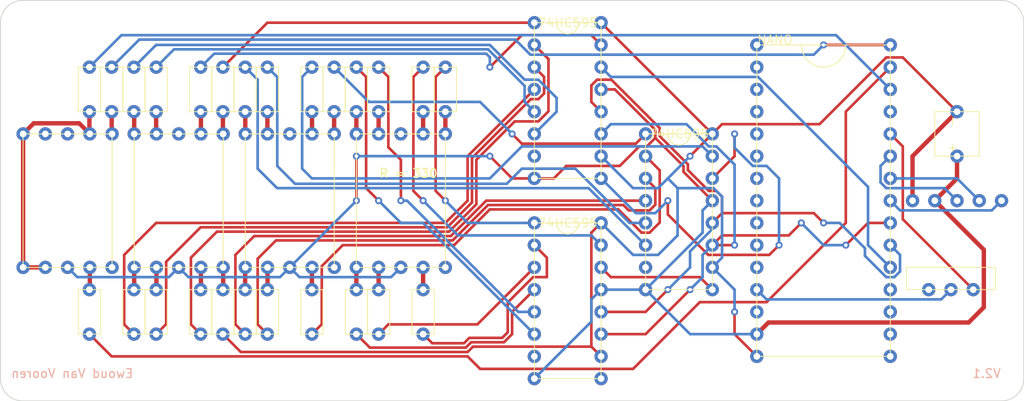
<source format=kicad_pcb>
(kicad_pcb (version 20221018) (generator pcbnew)
  (layers (0 "F.Cu" signal) (31 "B.Cu" signal) (34 "B.Paste" user) (35 "F.Paste" user) (36 "B.SilkS" user "B.Silkscreen") (37 "F.SilkS" user "F.Silkscreen") (38 "B.Mask" user) (39 "F.Mask" user) (44 "Edge.Cuts" user))
  (net 0 "")
  (net 2 "Net-(74HC2-SRCLK)")
  (net 4 "Net-(8seg_display1-a)")
  (net 5 "Net-(8seg_display1-b)")
  (net 6 "Net-(74HC2-RCLK)")
  (net 7 "Net-(74HC2-SER)")
  (net 8 "GND")
  (net 9 "Net-(8seg_display1-c)")
  (net 11 "Net-(8seg_display2-g)")
  (net 12 "Net-(8seg_display2-f)")
  (net 14 "Net-(8seg_display2-a)")
  (net 15 "Net-(8seg_display2-b)")
  (net 16 "Net-(8seg_display2-e)")
  (net 17 "Net-(8seg_display2-d)")
  (net 18 "Net-(8seg_display2-c)")
  (net 19 "Net-(8seg_display2-dp)")
  (net 20 "Net-(8seg_display3-g)")
  (net 21 "Net-(8seg_display3-f)")
  (net 23 "Net-(8seg_display3-a)")
  (net 24 "Net-(8seg_display3-b)")
  (net 25 "Net-(8seg_display3-e)")
  (net 26 "Net-(8seg_display3-d)")
  (net 27 "Net-(8seg_display3-c)")
  (net 29 "Net-(8seg_display4-g)")
  (net 30 "Net-(8seg_display4-f)")
  (net 32 "Net-(8seg_display4-a)")
  (net 33 "Net-(8seg_display4-b)")
  (net 34 "Net-(8seg_display4-e)")
  (net 35 "Net-(8seg_display4-d)")
  (net 36 "Net-(8seg_display4-c)")
  (net 38 "Net-(NANO1-5V)")
  (net 39 "Net-(NANO1-D12)")
  (net 40 "Net-(NANO1-D11)")
  (net 41 "Net-(NANO1-D10)")
  (net 42 "Net-(NANO1-D8)")
  (net 44 "+5V")
  (net 45 "Net-(74HC2-B)")
  (net 46 "Net-(74HC2-C)")
  (net 47 "Net-(74HC2-D)")
  (net 48 "Net-(74HC2-E)")
  (net 49 "Net-(74HC2-F)")
  (net 50 "Net-(74HC2-G)")
  (net 52 "Net-(74HC2-H')")
  (net 53 "Net-(74HC2-A)")
  (net 54 "Net-(74HC3-B)")
  (net 55 "Net-(74HC3-C)")
  (net 56 "Net-(74HC3-D)")
  (net 57 "Net-(74HC3-E)")
  (net 58 "Net-(74HC3-F)")
  (net 59 "Net-(74HC3-G)")
  (net 61 "Net-(74HC3-H')")
  (net 62 "Net-(74HC3-A)")
  (net 63 "Net-(74HC4-B)")
  (net 64 "Net-(74HC4-C)")
  (net 65 "Net-(74HC4-D)")
  (net 66 "Net-(74HC4-E)")
  (net 67 "Net-(74HC4-F)")
  (net 68 "Net-(74HC4-G)")
  (net 71 "Net-(74HC4-A)")
  (net 72 "Net-(NANO1-D7)")
  (net 73 "Net-(NANO1-D6)")
  (net 74 "Net-(NANO1-D5)")
  (footprint "clock:R" (layer "F.Cu") (at 83.82 76.2 90)
    (fp_text reference "R26" hide)
    (fp_text value "R" hide)
  )
  (footprint "clock:SN74HC595N - PDIP" (layer "F.Cu") (at 99.06 99.06 -90)
    (fp_text reference "74HC4" hide)
    (fp_text value "~" hide)
  )
  (footprint "clock:R" (layer "F.Cu") (at 66.04 76.2 90)
    (fp_text reference "R18" hide)
    (fp_text value "R" hide)
  )
  (footprint "clock:SN74HC595N - PDIP" (layer "F.Cu") (at 111.76 88.9 -90)
    (fp_text reference "74HC3" hide)
    (fp_text value "~")
  )
  (footprint "clock:8seg_display" (layer "F.Cu") (at 68.596 88.9)
    (fp_text reference "8seg_display3" hide)
    (fp_text value "~" hide)
  )
  (footprint "clock:R" (layer "F.Cu") (at 45.72 101.6 90)
    (fp_text reference "R3" hide)
    (fp_text value "R" hide)
  )
  (footprint "clock:R" (layer "F.Cu") (at 71.12 101.6 90)
    (fp_text reference "R20" hide)
    (fp_text value "R" hide)
  )
  (footprint "clock:R" (layer "F.Cu") (at 50.8 101.6 90)
    (fp_text reference "R8" hide)
    (fp_text value "R" hide)
  )
  (footprint "clock:clock_module" (layer "F.Cu") (at 144.78 88.9)
    (fp_text reference "clock_module1" hide)
    (fp_text value "~")
  )
  (footprint "clock:R" (layer "F.Cu") (at 53.34 76.2 90)
    (fp_text reference "R11" hide)
    (fp_text value "R" hide)
  )
  (footprint "clock:R" (layer "F.Cu") (at 45.72 76.2 -90)
    (fp_text reference "R6" hide)
    (fp_text value "R" hide)
  )
  (footprint "clock:R" (layer "F.Cu") (at 71.12 76.2 90)
    (fp_text reference "R19" hide)
    (fp_text value "R" hide)
  )
  (footprint "clock:8seg_display" (layer "F.Cu") (at 55.912 88.9)
    (fp_text reference "8seg_display2" hide)
    (fp_text value "~" hide)
  )
  (footprint "clock:8seg_display" (layer "F.Cu") (at 81.28 88.9)
    (fp_text reference "8seg_display4" hide)
    (fp_text value "~" hide)
  )
  (footprint "clock:R" (layer "F.Cu") (at 63.5 76.2 90)
    (fp_text reference "R16" hide)
    (fp_text value "R" hide)
  )
  (footprint "clock:R" (layer "F.Cu") (at 83.82 101.6 90)
    (fp_text reference "R27" hide)
    (fp_text value "R" hide)
  )
  (footprint "clock:R" (layer "F.Cu") (at 58.42 76.2 90)
    (fp_text reference "R12" hide)
    (fp_text value "R" hide)
  )
  (footprint "clock:R" (layer "F.Cu") (at 76.2 101.6 90)
    (fp_text reference "R22" hide)
    (fp_text value "R" hide)
  )
  (footprint "clock:R" (layer "F.Cu") (at 63.5 101.6 90)
    (fp_text reference "R15" hide)
    (fp_text value "R" hide)
  )
  (footprint "clock:R" (layer "F.Cu") (at 86.36 76.2 90)
    (fp_text reference "R28" hide)
    (fp_text value "R" hide)
  )
  (footprint "clock:R" (layer "F.Cu") (at 76.2 76.2 90)
    (fp_text reference "R23" hide)
    (fp_text value "R" hide)
  )
  (footprint "clock:R" (layer "F.Cu") (at 48.26 76.2 -90)
    (fp_text reference "R7" hide)
    (fp_text value "R" hide)
  )
  (footprint "clock:R" (layer "F.Cu") (at 53.34 101.6 90)
    (fp_text reference "R10" hide)
    (fp_text value "R" hide)
  )
  (footprint "clock:8seg_display" (layer "F.Cu") (at 43.228 88.9)
    (fp_text reference "8seg_display1" hide)
    (fp_text value "~" hide)
  )
  (footprint "clock:R" (layer "F.Cu") (at 66.04 101.6 90)
    (fp_text reference "R17" hide)
    (fp_text value "R" hide)
  )
  (footprint "clock:screw_terminal" (layer "F.Cu") (at 144.78 81.28 90)
    (fp_text reference "screw_terminal1" hide)
    (fp_text value "~" hide)
  )
  (footprint "clock:SN74HC595N - PDIP" (layer "F.Cu") (at 99.06 76.2 -90)
    (fp_text reference "74HC595")
    (fp_text value "~" hide)
  )
  (footprint "clock:R" (layer "F.Cu") (at 58.42 101.6 90)
    (fp_text reference "R13" hide)
    (fp_text value "R" hide)
  )
  (footprint "clock:R" (layer "F.Cu") (at 50.8 76.2 90)
    (fp_text reference "R9" hide)
    (fp_text value "R" hide)
  )
  (footprint "clock:R" (layer "F.Cu") (at 60.96 76.2 90)
    (fp_text reference "R14" hide)
    (fp_text value "R" hide)
  )
  (footprint "clock:nano" (layer "F.Cu") (at 129.54 88.9)
    (fp_text reference "NANO1" hide)
    (fp_text value "~" hide)
  )
  (footprint "clock:switch" (layer "F.Cu") (at 144.088 99.06)
    (fp_text reference "switch1" hide)
    (fp_text value "~" hide)
  )
  (footprint "clock:R" (layer "F.Cu") (at 78.74 76.2 90)
    (fp_text reference "R25" hide)
    (fp_text value "R" hide)
  )
  (footprint "clock:R" (layer "F.Cu") (at 60.96 101.6 -90)
    (fp_text reference "R29" hide)
    (fp_text value "R" hide)
  )
  (footprint "clock:R" (layer "F.Cu") (at 73.66 76.2 90)
    (fp_text reference "R21" hide)
    (fp_text value "R" hide)
  )
  (footprint "clock:R" (layer "F.Cu") (at 78.74 101.6 90)
    (fp_text reference "R24" hide)
    (fp_text value "R" hide)
  )
  (gr_arc (start 149.86 66.04) (mid 151.656051 66.783949) (end 152.4 68.58) (stroke (width 0.1)) (layer "Edge.Cuts"))
  (gr_arc (start 35.56 68.58) (mid 36.303949 66.783949) (end 38.1 66.04) (stroke (width 0.1)) (layer "Edge.Cuts"))
  (gr_arc (start 152.4 109.22) (mid 151.656051 111.016051) (end 149.86 111.76) (stroke (width 0.1)) (layer "Edge.Cuts"))
  (gr_line (start 35.56 109.22) (end 35.56 68.58) (stroke (width 0.1)) (layer "Edge.Cuts"))
  (gr_line (start 149.86 111.76) (end 38.1 111.76) (stroke (width 0.1)) (layer "Edge.Cuts"))
  (gr_line (start 152.4 68.58) (end 152.4 109.22) (stroke (width 0.1)) (layer "Edge.Cuts"))
  (gr_arc (start 38.1 111.76) (mid 36.303949 111.016051) (end 35.56 109.22) (stroke (width 0.1)) (layer "Edge.Cuts"))
  (gr_line (start 38.1 66.04) (end 149.86 66.04) (stroke (width 0.1)) (layer "Edge.Cuts"))
  (gr_text "Ewoud Van Vooren" (at 50.8 109.22) (layer "B.SilkS") (effects (font (size 1 1)) (justify left bottom mirror)))
  (gr_text "V2.1" (at 149.86 109.22) (layer "B.SilkS") (effects (font (size 1 1)) (justify left bottom mirror)))
  (gr_text "74HC595" (at 113.03 81.28) (layer "F.SilkS") (effects (font (size 1 1) (thickness 0.1))))
  (gr_text "74HC595" (at 100.33 91.44) (layer "F.SilkS") (effects (font (size 1 1) (thickness 0.1))))
  (gr_text "R = 330\n" (at 78.74 86.36) (layer "F.SilkS") (effects (font (size 1 1)) (justify left bottom)))
  (segment (start 119.38 93.98) (end 116.84 93.98) (width 0.3) (layer "F.Cu") (net 2))
  (segment (start 134.62 91.44) (end 137.16 91.44) (width 0.3) (layer "F.Cu") (net 2))
  (segment (start 116.84 93.98) (end 117.952 92.868) (width 0.3) (layer "F.Cu") (net 2))
  (segment (start 132.08 93.98) (end 134.62 91.44) (width 0.3) (layer "F.Cu") (net 2))
  (segment (start 104.14 104.14) (end 109.22 104.14) (width 0.3) (layer "F.Cu") (net 2))
  (segment (start 125.572 92.868) (end 127 91.44) (width 0.3) (layer "F.Cu") (net 2))
  (segment (start 117.952 92.868) (end 125.572 92.868) (width 0.3) (layer "F.Cu") (net 2))
  (segment (start 109.22 104.14) (end 114.3 99.06) (width 0.3) (layer "F.Cu") (net 2))
  (via (at 114.3 99.06) (size 0.8) (drill 0.4) (layers "F.Cu" "B.Cu") (net 2))
  (via (at 127 91.44) (size 0.8) (drill 0.4) (layers "F.Cu" "B.Cu") (net 2))
  (via (at 132.08 93.98) (size 0.8) (drill 0.4) (layers "F.Cu" "B.Cu") (net 2))
  (via (at 119.38 93.98) (size 0.8) (drill 0.4) (layers "F.Cu" "B.Cu") (net 2))
  (segment (start 115.728 95.092) (end 115.728 97.632) (width 0.3) (layer "B.Cu") (net 2))
  (segment (start 117.300606 82.708) (end 119.38 84.787394) (width 0.3) (layer "B.Cu") (net 2))
  (segment (start 113.895106 80.168) (end 116.435106 82.708) (width 0.3) (layer "B.Cu") (net 2))
  (segment (start 127 91.44) (end 129.54 93.98) (width 0.3) (layer "B.Cu") (net 2))
  (segment (start 104.14 81.28) (end 105.252 80.168) (width 0.3) (layer "B.Cu") (net 2))
  (segment (start 116.435106 82.708) (end 117.300606 82.708) (width 0.3) (layer "B.Cu") (net 2))
  (segment (start 105.252 80.168) (end 113.895106 80.168) (width 0.3) (layer "B.Cu") (net 2))
  (segment (start 115.728 97.632) (end 114.3 99.06) (width 0.3) (layer "B.Cu") (net 2))
  (segment (start 116.84 93.98) (end 115.728 95.092) (width 0.3) (layer "B.Cu") (net 2))
  (segment (start 119.38 84.787394) (end 119.38 93.98) (width 0.3) (layer "B.Cu") (net 2))
  (segment (start 129.54 93.98) (end 132.08 93.98) (width 0.3) (layer "B.Cu") (net 2))
  (segment (start 45.72 78.74) (end 45.72 81.232) (width 0.5) (layer "F.Cu") (net 4))
  (segment (start 44.556 80.068) (end 45.768 81.28) (width 0.5) (layer "F.Cu") (net 4))
  (segment (start 38.148 81.28) (end 39.36 80.068) (width 0.5) (layer "F.Cu") (net 4))
  (segment (start 39.36 80.068) (end 44.556 80.068) (width 0.5) (layer "F.Cu") (net 4))
  (segment (start 38.148 96.52) (end 40.688 96.52) (width 0.5) (layer "F.Cu") (net 4))
  (segment (start 38.148 81.28) (end 38.148 96.52) (width 0.5) (layer "F.Cu") (net 4))
  (segment (start 45.72 81.232) (end 45.768 81.28) (width 0.5) (layer "F.Cu") (net 4))
  (segment (start 48.26 78.74) (end 48.26 81.232) (width 0.5) (layer "F.Cu") (net 5))
  (segment (start 48.26 81.232) (end 48.308 81.28) (width 0.5) (layer "F.Cu") (net 5))
  (segment (start 103.028 77.628) (end 103.028 75.739394) (width 0.3) (layer "F.Cu") (net 6))
  (segment (start 114.05 84.7515) (end 114.05 85.402894) (width 0.3) (layer "F.Cu") (net 6))
  (segment (start 128.428 90.328) (end 129.54 91.44) (width 0.3) (layer "F.Cu") (net 6))
  (segment (start 105.307712 75.088) (end 110.832 80.612288) (width 0.3) (layer "F.Cu") (net 6))
  (segment (start 117.952 90.328) (end 128.428 90.328) (width 0.3) (layer "F.Cu") (net 6))
  (segment (start 103.679394 75.088) (end 105.307712 75.088) (width 0.3) (layer "F.Cu") (net 6))
  (segment (start 109.22 101.6) (end 104.14 101.6) (width 0.3) (layer "F.Cu") (net 6))
  (segment (start 117.952 88.439394) (end 117.952 90.328) (width 0.3) (layer "F.Cu") (net 6))
  (segment (start 114.05 85.402894) (end 116.435106 87.788) (width 0.3) (layer "F.Cu") (net 6))
  (segment (start 117.300606 87.788) (end 117.952 88.439394) (width 0.3) (layer "F.Cu") (net 6))
  (segment (start 111.76 99.06) (end 109.22 101.6) (width 0.3) (layer "F.Cu") (net 6))
  (segment (start 116.435106 87.788) (end 117.300606 87.788) (width 0.3) (layer "F.Cu") (net 6))
  (segment (start 103.028 75.739394) (end 103.679394 75.088) (width 0.3) (layer "F.Cu") (net 6))
  (segment (start 117.952 90.328) (end 116.84 91.44) (width 0.3) (layer "F.Cu") (net 6))
  (segment (start 110.832 81.5335) (end 114.05 84.7515) (width 0.3) (layer "F.Cu") (net 6))
  (segment (start 104.14 78.74) (end 103.028 77.628) (width 0.3) (layer "F.Cu") (net 6))
  (segment (start 110.832 80.612288) (end 110.832 81.5335) (width 0.3) (layer "F.Cu") (net 6))
  (via (at 111.76 99.06) (size 0.8) (drill 0.4) (layers "F.Cu" "B.Cu") (net 6))
  (via (at 129.54 91.44) (size 0.8) (drill 0.4) (layers "F.Cu" "B.Cu") (net 6))
  (segment (start 131.372894 91.44) (end 134.266447 94.333553) (width 0.3) (layer "B.Cu") (net 6))
  (segment (start 114.3 96.52) (end 111.76 99.06) (width 0.3) (layer "B.Cu") (net 6))
  (segment (start 137.620606 97.632) (end 138.272 96.980606) (width 0.3) (layer "B.Cu") (net 6))
  (segment (start 134.266447 95.199053) (end 136.699394 97.632) (width 0.3) (layer "B.Cu") (net 6))
  (segment (start 134.266447 94.333553) (end 134.266447 95.199053) (width 0.3) (layer "B.Cu") (net 6))
  (segment (start 116.84 92.147106) (end 114.3 94.687106) (width 0.3) (layer "B.Cu") (net 6))
  (segment (start 116.84 91.44) (end 116.84 92.147106) (width 0.3) (layer "B.Cu") (net 6))
  (segment (start 129.54 91.44) (end 131.372894 91.44) (width 0.3) (layer "B.Cu") (net 6))
  (segment (start 114.3 94.687106) (end 114.3 96.52) (width 0.3) (layer "B.Cu") (net 6))
  (segment (start 138.272 96.980606) (end 138.272 95.092) (width 0.3) (layer "B.Cu") (net 6))
  (segment (start 138.272 95.092) (end 137.16 93.98) (width 0.3) (layer "B.Cu") (net 6))
  (segment (start 136.699394 97.632) (end 137.620606 97.632) (width 0.3) (layer "B.Cu") (net 6))
  (segment (start 104.14 73.66) (end 105.252 74.772) (width 0.3) (layer "B.Cu") (net 7))
  (segment (start 122.064606 74.772) (end 134.62 87.327394) (width 0.3) (layer "B.Cu") (net 7))
  (segment (start 105.252 74.772) (end 122.064606 74.772) (width 0.3) (layer "B.Cu") (net 7))
  (segment (start 134.62 93.98) (end 137.16 96.52) (width 0.3) (layer "B.Cu") (net 7))
  (segment (start 134.62 87.327394) (end 134.62 93.98) (width 0.3) (layer "B.Cu") (net 7))
  (segment (start 100.172 84.932) (end 98.744 86.36) (width 0.3) (layer "F.Cu") (net 8))
  (segment (start 96.52 86.36) (end 93.98 86.36) (width 0.3) (layer "F.Cu") (net 8))
  (segment (start 110.332 81.740606) (end 109.364606 82.708) (width 0.3) (layer "F.Cu") (net 8))
  (segment (start 105.712606 76.2) (end 110.332 80.819394) (width 0.3) (layer "F.Cu") (net 8))
  (segment (start 144.78 86.36) (end 142.24 88.9) (width 0.5) (layer "F.Cu") (net 8))
  (segment (start 146.108 102.812) (end 123.248 102.812) (width 0.5) (layer "F.Cu") (net 8))
  (segment (start 104.14 76.2) (end 105.712606 76.2) (width 0.3) (layer "F.Cu") (net 8))
  (segment (start 142.24 88.9) (end 147.84 94.5) (width 0.5) (layer "F.Cu") (net 8))
  (segment (start 147.84 101.08) (end 146.108 102.812) (width 0.5) (layer "F.Cu") (net 8))
  (segment (start 113.55 85.61) (end 113.55 84.958606) (width 0.3) (layer "F.Cu") (net 8))
  (segment (start 93.98 86.36) (end 91.44 83.82) (width 0.3) (layer "F.Cu") (net 8))
  (segment (start 147.84 94.5) (end 147.84 101.08) (width 0.5) (layer "F.Cu") (net 8))
  (segment (start 76.2 83.82) (end 76.2 88.9) (width 0.3) (layer "F.Cu") (net 8))
  (segment (start 110.332 80.819394) (end 110.332 81.740606) (width 0.3) (layer "F.Cu") (net 8))
  (segment (start 108.499107 82.708) (end 106.275107 84.932) (width 0.3) (layer "F.Cu") (net 8))
  (segment (start 106.275107 84.932) (end 100.172 84.932) (width 0.3) (layer "F.Cu") (net 8))
  (segment (start 123.248 102.812) (end 121.92 104.14) (width 0.5) (layer "F.Cu") (net 8))
  (segment (start 113.55 84.958606) (end 110.332 81.740606) (width 0.3) (layer "F.Cu") (net 8))
  (segment (start 144.78 83.82) (end 144.78 86.36) (width 0.5) (layer "F.Cu") (net 8))
  (segment (start 98.744 86.36) (end 96.52 86.36) (width 0.3) (layer "F.Cu") (net 8))
  (segment (start 109.364606 82.708) (end 108.499107 82.708) (width 0.3) (layer "F.Cu") (net 8))
  (segment (start 116.84 88.9) (end 113.55 85.61) (width 0.3) (layer "F.Cu") (net 8))
  (via (at 91.44 83.82) (size 0.8) (drill 0.4) (layers "F.Cu" "B.Cu") (net 8))
  (via (at 76.2 83.82) (size 0.8) (drill 0.4) (layers "F.Cu" "B.Cu") (net 8))
  (via (at 76.2 88.9) (size 0.8) (drill 0.4) (layers "F.Cu" "B.Cu") (net 8))
  (segment (start 76.2 88.916) (end 76.2 88.9) (width 0.3) (layer "B.Cu") (net 8))
  (segment (start 69.708 97.632) (end 80.168 97.632) (width 0.3) (layer "B.Cu") (net 8))
  (segment (start 68.596 96.52) (end 76.2 88.916) (width 0.3) (layer "B.Cu") (net 8))
  (segment (start 68.596 96.52) (end 69.708 97.632) (width 0.3) (layer "B.Cu") (net 8))
  (segment (start 115.728 92.552) (end 115.728 90.012) (width 0.3) (layer "B.Cu") (net 8))
  (segment (start 115.728 90.012) (end 116.84 88.9) (width 0.3) (layer "B.Cu") (net 8))
  (segment (start 67.484 97.632) (end 68.596 96.52) (width 0.3) (layer "B.Cu") (net 8))
  (segment (start 54.8 97.632) (end 55.912 96.52) (width 0.3) (layer "B.Cu") (net 8))
  (segment (start 114.3 104.14) (end 121.92 104.14) (width 0.3) (layer "B.Cu") (net 8))
  (segment (start 55.912 96.52) (end 57.024 97.632) (width 0.3) (layer "B.Cu") (net 8))
  (segment (start 80.168 97.632) (end 81.28 96.52) (width 0.3) (layer "B.Cu") (net 8))
  (segment (start 109.22 99.06) (end 114.3 104.14) (width 0.3) (layer "B.Cu") (net 8))
  (segment (start 57.024 97.632) (end 67.484 97.632) (width 0.3) (layer "B.Cu") (net 8))
  (segment (start 91.44 83.82) (end 76.2 83.82) (width 0.3) (layer "B.Cu") (net 8))
  (segment (start 103.028 100.172) (end 104.14 99.06) (width 0.3) (layer "B.Cu") (net 8))
  (segment (start 104.14 99.06) (end 109.22 99.06) (width 0.3) (layer "B.Cu") (net 8))
  (segment (start 103.028 102.712) (end 103.028 100.172) (width 0.3) (layer "B.Cu") (net 8))
  (segment (start 43.228 96.52) (end 44.34 97.632) (width 0.3) (layer "B.Cu") (net 8))
  (segment (start 96.52 109.22) (end 103.028 102.712) (width 0.3) (layer "B.Cu") (net 8))
  (segment (start 44.34 97.632) (end 54.8 97.632) (width 0.3) (layer "B.Cu") (net 8))
  (segment (start 109.22 99.06) (end 115.728 92.552) (width 0.3) (layer "B.Cu") (net 8))
  (segment (start 45.768 99.012) (end 45.72 99.06) (width 0.5) (layer "F.Cu") (net 9))
  (segment (start 45.768 96.52) (end 45.768 99.012) (width 0.5) (layer "F.Cu") (net 9))
  (segment (start 50.832 81.28) (end 50.832 78.772) (width 0.5) (layer "F.Cu") (net 11))
  (segment (start 50.832 78.772) (end 50.8 78.74) (width 0.5) (layer "F.Cu") (net 11))
  (segment (start 53.34 78.74) (end 53.34 81.248) (width 0.5) (layer "F.Cu") (net 12))
  (segment (start 53.34 81.248) (end 53.372 81.28) (width 0.5) (layer "F.Cu") (net 12))
  (segment (start 58.452 81.28) (end 58.452 78.772) (width 0.5) (layer "F.Cu") (net 14))
  (segment (start 58.452 78.772) (end 58.42 78.74) (width 0.5) (layer "F.Cu") (net 14))
  (segment (start 60.96 81.248) (end 60.992 81.28) (width 0.5) (layer "F.Cu") (net 15))
  (segment (start 60.96 78.74) (end 60.96 81.248) (width 0.5) (layer "F.Cu") (net 15))
  (segment (start 50.832 96.52) (end 50.832 99.028) (width 0.5) (layer "F.Cu") (net 16))
  (segment (start 50.832 99.028) (end 50.8 99.06) (width 0.5) (layer "F.Cu") (net 16))
  (segment (start 53.372 99.028) (end 53.34 99.06) (width 0.5) (layer "F.Cu") (net 17))
  (segment (start 53.372 96.52) (end 53.372 99.028) (width 0.5) (layer "F.Cu") (net 17))
  (segment (start 58.452 96.52) (end 58.452 99.028) (width 0.5) (layer "F.Cu") (net 18))
  (segment (start 58.452 99.028) (end 58.42 99.06) (width 0.5) (layer "F.Cu") (net 18))
  (segment (start 60.992 99.028) (end 60.96 99.06) (width 0.5) (layer "F.Cu") (net 19))
  (segment (start 60.992 96.52) (end 60.992 99.028) (width 0.5) (layer "F.Cu") (net 19))
  (segment (start 63.516 78.756) (end 63.5 78.74) (width 0.5) (layer "F.Cu") (net 20))
  (segment (start 63.516 81.28) (end 63.516 78.756) (width 0.5) (layer "F.Cu") (net 20))
  (segment (start 66.04 78.74) (end 66.04 81.264) (width 0.5) (layer "F.Cu") (net 21))
  (segment (start 66.04 81.264) (end 66.056 81.28) (width 0.5) (layer "F.Cu") (net 21))
  (segment (start 71.136 78.756) (end 71.12 78.74) (width 0.5) (layer "F.Cu") (net 23))
  (segment (start 71.136 81.28) (end 71.136 78.756) (width 0.5) (layer "F.Cu") (net 23))
  (segment (start 73.66 78.74) (end 73.66 81.264) (width 0.5) (layer "F.Cu") (net 24))
  (segment (start 73.66 81.264) (end 73.676 81.28) (width 0.5) (layer "F.Cu") (net 24))
  (segment (start 63.5 96.536) (end 63.516 96.52) (width 0.5) (layer "F.Cu") (net 25))
  (segment (start 63.5 99.06) (end 63.5 96.536) (width 0.5) (layer "F.Cu") (net 25))
  (segment (start 66.056 96.52) (end 66.056 99.044) (width 0.5) (layer "F.Cu") (net 26))
  (segment (start 66.056 99.044) (end 66.04 99.06) (width 0.5) (layer "F.Cu") (net 26))
  (segment (start 71.12 99.06) (end 71.12 96.536) (width 0.5) (layer "F.Cu") (net 27))
  (segment (start 71.12 96.536) (end 71.136 96.52) (width 0.5) (layer "F.Cu") (net 27))
  (segment (start 76.2 81.28) (end 76.2 78.74) (width 0.5) (layer "F.Cu") (net 29))
  (segment (start 78.74 78.74) (end 78.74 81.28) (width 0.5) (layer "F.Cu") (net 30))
  (segment (start 83.82 81.28) (end 83.82 78.74) (width 0.5) (layer "F.Cu") (net 32))
  (segment (start 86.36 78.74) (end 86.36 81.28) (width 0.5) (layer "F.Cu") (net 33))
  (segment (start 76.2 96.52) (end 76.2 99.06) (width 0.5) (layer "F.Cu") (net 34))
  (segment (start 78.74 99.06) (end 78.74 96.52) (width 0.5) (layer "F.Cu") (net 35))
  (segment (start 83.82 96.52) (end 83.82 99.06) (width 0.5) (layer "F.Cu") (net 36))
  (segment (start 144.088 99.06) (end 142.976 100.172) (width 0.3) (layer "B.Cu") (net 38))
  (segment (start 142.976 100.172) (end 123.032 100.172) (width 0.3) (layer "B.Cu") (net 38))
  (segment (start 123.032 100.172) (end 121.92 99.06) (width 0.3) (layer "B.Cu") (net 38))
  (segment (start 129.54 71.12) (end 137.16 71.12) (width 0.3) (layer "F.Cu") (net 39))
  (via (at 129.54 71.12) (size 0.8) (drill 0.4) (layers "F.Cu" "B.Cu") (net 39))
  (segment (start 128.428 72.232) (end 129.54 71.12) (width 0.3) (layer "B.Cu") (net 39))
  (segment (start 94.335394 70.508) (end 96.059394 72.232) (width 0.3) (layer "B.Cu") (net 39))
  (segment (start 51.412 70.508) (end 53.34 70.508) (width 0.3) (layer "B.Cu") (net 39))
  (segment (start 96.059394 72.232) (end 128.428 72.232) (width 0.3) (layer "B.Cu") (net 39))
  (segment (start 53.34 70.508) (end 94.335394 70.508) (width 0.3) (layer "B.Cu") (net 39))
  (segment (start 48.26 73.66) (end 51.412 70.508) (width 0.3) (layer "B.Cu") (net 39))
  (segment (start 132.08 91.44) (end 132.08 78.74) (width 0.3) (layer "F.Cu") (net 40))
  (segment (start 88.9 106.68) (end 90.328 108.108) (width 0.3) (layer "F.Cu") (net 40))
  (segment (start 45.72 104.14) (end 48.26 106.68) (width 0.3) (layer "F.Cu") (net 40))
  (segment (start 115.412 100.488) (end 123.032 100.488) (width 0.3) (layer "F.Cu") (net 40))
  (segment (start 90.328 108.108) (end 107.792 108.108) (width 0.3) (layer "F.Cu") (net 40))
  (segment (start 107.792 108.108) (end 115.412 100.488) (width 0.3) (layer "F.Cu") (net 40))
  (segment (start 48.26 106.68) (end 88.9 106.68) (width 0.3) (layer "F.Cu") (net 40))
  (segment (start 123.032 100.488) (end 132.08 91.44) (width 0.3) (layer "F.Cu") (net 40))
  (segment (start 132.08 78.74) (end 137.16 73.66) (width 0.3) (layer "F.Cu") (net 40))
  (segment (start 49.372 70.008) (end 130.968 70.008) (width 0.3) (layer "B.Cu") (net 41))
  (segment (start 45.72 73.66) (end 49.372 70.008) (width 0.3) (layer "B.Cu") (net 41))
  (segment (start 130.968 70.008) (end 137.16 76.2) (width 0.3) (layer "B.Cu") (net 41))
  (segment (start 138.588 82.708) (end 137.16 81.28) (width 0.3) (layer "F.Cu") (net 42))
  (segment (start 146.628 99.06) (end 138.588 91.02) (width 0.3) (layer "F.Cu") (net 42))
  (segment (start 138.588 91.02) (end 138.588 82.708) (width 0.3) (layer "F.Cu") (net 42))
  (segment (start 144.78 78.74) (end 139.7 83.82) (width 0.5) (layer "F.Cu") (net 44))
  (segment (start 89.512 105.568) (end 103.028 105.568) (width 0.3) (layer "F.Cu") (net 44))
  (segment (start 139.7 83.82) (end 139.7 88.9) (width 0.5) (layer "F.Cu") (net 44))
  (segment (start 103.028 105.568) (end 103.028 92.552) (width 0.3) (layer "F.Cu") (net 44))
  (segment (start 138.588 72.548) (end 144.78 78.74) (width 0.3) (layer "F.Cu") (net 44))
  (segment (start 103.028 92.552) (end 104.14 91.44) (width 0.3) (layer "F.Cu") (net 44))
  (segment (start 88.9 106.18) (end 89.512 105.568) (width 0.3) (layer "F.Cu") (net 44))
  (segment (start 116.84 81.28) (end 117.952 80.168) (width 0.3) (layer "F.Cu") (net 44))
  (segment (start 60.96 104.14) (end 63 106.18) (width 0.3) (layer "F.Cu") (net 44))
  (segment (start 121.92 106.68) (end 119.38 104.14) (width 0.3) (layer "F.Cu") (net 44))
  (segment (start 104.14 68.58) (end 116.84 81.28) (width 0.3) (layer "F.Cu") (net 44))
  (segment (start 116.84 81.28) (end 114.3 83.82) (width 0.3) (layer "F.Cu") (net 44))
  (segment (start 63 106.18) (end 88.9 106.18) (width 0.3) (layer "F.Cu") (net 44))
  (segment (start 136.699394 72.548) (end 138.588 72.548) (width 0.3) (layer "F.Cu") (net 44))
  (segment (start 103.028 105.568) (end 104.14 106.68) (width 0.3) (layer "F.Cu") (net 44))
  (segment (start 117.952 80.168) (end 129.079394 80.168) (width 0.3) (layer "F.Cu") (net 44))
  (segment (start 119.38 104.14) (end 119.38 101.6) (width 0.3) (layer "F.Cu") (net 44))
  (segment (start 129.079394 80.168) (end 136.699394 72.548) (width 0.3) (layer "F.Cu") (net 44))
  (via (at 114.3 83.82) (size 0.8) (drill 0.4) (layers "F.Cu" "B.Cu") (net 44))
  (via (at 119.38 101.6) (size 0.8) (drill 0.4) (layers "F.Cu" "B.Cu") (net 44))
  (segment (start 110.648 87.472) (end 107.792 87.472) (width 0.3) (layer "B.Cu") (net 44))
  (segment (start 117.952 95.408) (end 117.952 88.439394) (width 0.3) (layer "B.Cu") (net 44))
  (segment (start 112.872 87.472) (end 111.76 86.36) (width 0.3) (layer "B.Cu") (net 44))
  (segment (start 114.3 83.82) (end 111.76 86.36) (width 0.3) (layer "B.Cu") (net 44))
  (segment (start 119.38 101.6) (end 119.38 99.06) (width 0.3) (layer "B.Cu") (net 44))
  (segment (start 111.76 86.36) (end 110.648 87.472) (width 0.3) (layer "B.Cu") (net 44))
  (segment (start 119.38 99.06) (end 116.84 96.52) (width 0.3) (layer "B.Cu") (net 44))
  (segment (start 117.952 88.439394) (end 116.984606 87.472) (width 0.3) (layer "B.Cu") (net 44))
  (segment (start 104.14 91.44) (end 107.792 95.092) (width 0.3) (layer "B.Cu") (net 44))
  (segment (start 110.648 95.092) (end 112.872 92.868) (width 0.3) (layer "B.Cu") (net 44))
  (segment (start 107.792 95.092) (end 110.648 95.092) (width 0.3) (layer "B.Cu") (net 44))
  (segment (start 116.984606 87.472) (end 112.872 87.472) (width 0.3) (layer "B.Cu") (net 44))
  (segment (start 116.84 96.52) (end 117.952 95.408) (width 0.3) (layer "B.Cu") (net 44))
  (segment (start 107.792 87.472) (end 104.14 83.82) (width 0.3) (layer "B.Cu") (net 44))
  (segment (start 112.872 92.868) (end 112.872 87.472) (width 0.3) (layer "B.Cu") (net 44))
  (segment (start 66.04 68.58) (end 96.52 68.58) (width 0.3) (layer "F.Cu") (net 45))
  (segment (start 60.96 73.66) (end 66.04 68.58) (width 0.3) (layer "F.Cu") (net 45))
  (segment (start 57.308 103.028) (end 57.308 95.408) (width 0.3) (layer "F.Cu") (net 46))
  (segment (start 86.774213 92.44) (end 89.9 89.314213) (width 0.3) (layer "F.Cu") (net 46))
  (segment (start 94.282212 79.852) (end 96.980606 79.852) (width 0.3) (layer "F.Cu") (net 46))
  (segment (start 96.980606 79.852) (end 98.132 78.700606) (width 0.3) (layer "F.Cu") (net 46))
  (segment (start 98.132 72.732) (end 96.52 71.12) (width 0.3) (layer "F.Cu") (net 46))
  (segment (start 89.9 84.234212) (end 94.282212 79.852) (width 0.3) (layer "F.Cu") (net 46))
  (segment (start 89.9 89.314213) (end 89.9 84.234212) (width 0.3) (layer "F.Cu") (net 46))
  (segment (start 57.308 95.408) (end 60.276 92.44) (width 0.3) (layer "F.Cu") (net 46))
  (segment (start 58.42 104.14) (end 57.308 103.028) (width 0.3) (layer "F.Cu") (net 46))
  (segment (start 98.132 78.700606) (end 98.132 72.732) (width 0.3) (layer "F.Cu") (net 46))
  (segment (start 60.276 92.44) (end 86.774213 92.44) (width 0.3) (layer "F.Cu") (net 46))
  (segment (start 89.4 84.027106) (end 96.115106 77.312) (width 0.3) (layer "F.Cu") (net 47))
  (segment (start 89.4 89.107106) (end 89.4 84.027106) (width 0.3) (layer "F.Cu") (net 47))
  (segment (start 54.484 95.876) (end 58.42 91.94) (width 0.3) (layer "F.Cu") (net 47))
  (segment (start 53.34 104.14) (end 54.484 102.996) (width 0.3) (layer "F.Cu") (net 47))
  (segment (start 58.42 91.94) (end 86.567106 91.94) (width 0.3) (layer "F.Cu") (net 47))
  (segment (start 97.632 74.772) (end 96.52 73.66) (width 0.3) (layer "F.Cu") (net 47))
  (segment (start 96.980606 77.312) (end 97.632 76.660606) (width 0.3) (layer "F.Cu") (net 47))
  (segment (start 86.567106 91.94) (end 89.4 89.107106) (width 0.3) (layer "F.Cu") (net 47))
  (segment (start 54.484 102.996) (end 54.484 95.876) (width 0.3) (layer "F.Cu") (net 47))
  (segment (start 96.115106 77.312) (end 96.980606 77.312) (width 0.3) (layer "F.Cu") (net 47))
  (segment (start 97.632 76.660606) (end 97.632 74.772) (width 0.3) (layer "F.Cu") (net 47))
  (segment (start 53.34 91.44) (end 86.36 91.44) (width 0.3) (layer "F.Cu") (net 48))
  (segment (start 86.36 91.44) (end 88.9 88.9) (width 0.3) (layer "F.Cu") (net 48))
  (segment (start 49.688 103.028) (end 49.688 95.092) (width 0.3) (layer "F.Cu") (net 48))
  (segment (start 88.9 83.82) (end 96.52 76.2) (width 0.3) (layer "F.Cu") (net 48))
  (segment (start 49.688 95.092) (end 53.34 91.44) (width 0.3) (layer "F.Cu") (net 48))
  (segment (start 88.9 88.9) (end 88.9 83.82) (width 0.3) (layer "F.Cu") (net 48))
  (segment (start 50.8 104.14) (end 49.688 103.028) (width 0.3) (layer "F.Cu") (net 48))
  (segment (start 53.34 73.66) (end 55.38 71.62) (width 0.3) (layer "B.Cu") (net 49))
  (segment (start 95.408 75.795106) (end 95.408 77.628) (width 0.3) (layer "B.Cu") (net 49))
  (segment (start 91.232894 71.62) (end 95.408 75.795106) (width 0.3) (layer "B.Cu") (net 49))
  (segment (start 55.38 71.62) (end 91.232894 71.62) (width 0.3) (layer "B.Cu") (net 49))
  (segment (start 95.408 77.628) (end 96.52 78.74) (width 0.3) (layer "B.Cu") (net 49))
  (segment (start 91.44 71.12) (end 95.408 75.088) (width 0.3) (layer "B.Cu") (net 50))
  (segment (start 99.06 78.74) (end 96.52 81.28) (width 0.3) (layer "B.Cu") (net 50))
  (segment (start 99.06 77.167394) (end 99.06 78.74) (width 0.3) (layer "B.Cu") (net 50))
  (segment (start 50.8 73.66) (end 53.34 71.12) (width 0.3) (layer "B.Cu") (net 50))
  (segment (start 95.408 75.088) (end 96.980606 75.088) (width 0.3) (layer "B.Cu") (net 50))
  (segment (start 96.980606 75.088) (end 99.06 77.167394) (width 0.3) (layer "B.Cu") (net 50))
  (segment (start 53.34 71.12) (end 91.44 71.12) (width 0.3) (layer "B.Cu") (net 50))
  (segment (start 111.76 90.472606) (end 116.379394 95.092) (width 0.3) (layer "F.Cu") (net 52))
  (segment (start 123.348 95.092) (end 124.46 93.98) (width 0.3) (layer "F.Cu") (net 52))
  (segment (start 111.76 88.9) (end 111.76 90.472606) (width 0.3) (layer "F.Cu") (net 52))
  (segment (start 119.38 81.28) (end 119.38 83.82) (width 0.3) (layer "F.Cu") (net 52))
  (segment (start 116.379394 95.092) (end 123.348 95.092) (width 0.3) (layer "F.Cu") (net 52))
  (segment (start 119.38 83.82) (end 116.84 86.36) (width 0.3) (layer "F.Cu") (net 52))
  (via (at 119.38 81.28) (size 0.8) (drill 0.4) (layers "F.Cu" "B.Cu") (net 52))
  (via (at 124.46 93.98) (size 0.8) (drill 0.4) (layers "F.Cu" "B.Cu") (net 52))
  (via (at 111.76 88.9) (size 0.8) (drill 0.4) (layers "F.Cu" "B.Cu") (net 52))
  (segment (start 110.332 90.328) (end 111.76 88.9) (width 0.3) (layer "B.Cu") (net 52))
  (segment (start 108.108 90.328) (end 110.332 90.328) (width 0.3) (layer "B.Cu") (net 52))
  (segment (start 123.032 84.932) (end 121.459394 84.932) (width 0.3) (layer "B.Cu") (net 52))
  (segment (start 121.459394 84.932) (end 119.38 82.852606) (width 0.3) (layer "B.Cu") (net 52))
  (segment (start 119.38 82.852606) (end 119.38 81.28) (width 0.3) (layer "B.Cu") (net 52))
  (segment (start 124.46 86.36) (end 123.032 84.932) (width 0.3) (layer "B.Cu") (net 52))
  (segment (start 104.14 86.36) (end 108.108 90.328) (width 0.3) (layer "B.Cu") (net 52))
  (segment (start 124.46 93.98) (end 124.46 86.36) (width 0.3) (layer "B.Cu") (net 52))
  (segment (start 103.028 70.008) (end 104.14 71.12) (width 0.3) (layer "F.Cu") (net 53))
  (segment (start 95.092 70.008) (end 103.028 70.008) (width 0.3) (layer "F.Cu") (net 53))
  (segment (start 91.44 73.66) (end 95.092 70.008) (width 0.3) (layer "F.Cu") (net 53))
  (via (at 91.44 73.66) (size 0.8) (drill 0.4) (layers "F.Cu" "B.Cu") (net 53))
  (segment (start 59.96 72.12) (end 63.5 72.12) (width 0.3) (layer "B.Cu") (net 53))
  (segment (start 58.42 73.66) (end 59.96 72.12) (width 0.3) (layer "B.Cu") (net 53))
  (segment (start 91.44 72.534212) (end 91.44 73.66) (width 0.3) (layer "B.Cu") (net 53))
  (segment (start 63.5 72.12) (end 91.025788 72.12) (width 0.3) (layer "B.Cu") (net 53))
  (segment (start 91.025788 72.12) (end 91.44 72.534212) (width 0.3) (layer "B.Cu") (net 53))
  (segment (start 93.98 81.28) (end 95.092 82.392) (width 0.3) (layer "F.Cu") (net 54))
  (segment (start 108.108 82.392) (end 109.22 81.28) (width 0.3) (layer "F.Cu") (net 54))
  (segment (start 95.092 82.392) (end 108.108 82.392) (width 0.3) (layer "F.Cu") (net 54))
  (via (at 93.98 81.28) (size 0.8) (drill 0.4) (layers "F.Cu" "B.Cu") (net 54))
  (segment (start 90.328 77.628) (end 93.98 81.28) (width 0.3) (layer "B.Cu") (net 54))
  (segment (start 77.628 77.628) (end 90.328 77.628) (width 0.3) (layer "B.Cu") (net 54))
  (segment (start 73.66 73.66) (end 77.628 77.628) (width 0.3) (layer "B.Cu") (net 54))
  (segment (start 71.12 104.14) (end 72.248 103.012) (width 0.3) (layer "F.Cu") (net 55))
  (segment (start 110.832 91.400606) (end 110.832 85.432) (width 0.3) (layer "F.Cu") (net 55))
  (segment (start 110.832 85.432) (end 109.22 83.82) (width 0.3) (layer "F.Cu") (net 55))
  (segment (start 109.680606 92.552) (end 110.832 91.400606) (width 0.3) (layer "F.Cu") (net 55))
  (segment (start 72.248 96.375394) (end 74.643394 93.98) (width 0.3) (layer "F.Cu") (net 55))
  (segment (start 108.759394 92.552) (end 109.680606 92.552) (width 0.3) (layer "F.Cu") (net 55))
  (segment (start 74.643394 93.98) (end 87.355531 93.98) (width 0.3) (layer "F.Cu") (net 55))
  (segment (start 106.107394 89.9) (end 108.759394 92.552) (width 0.3) (layer "F.Cu") (net 55))
  (segment (start 91.435531 89.9) (end 106.107394 89.9) (width 0.3) (layer "F.Cu") (net 55))
  (segment (start 72.248 103.012) (end 72.248 96.375394) (width 0.3) (layer "F.Cu") (net 55))
  (segment (start 87.355531 93.98) (end 91.435531 89.9) (width 0.3) (layer "F.Cu") (net 55))
  (segment (start 64.928 103.028) (end 64.928 95.535394) (width 0.3) (layer "F.Cu") (net 56))
  (segment (start 66.04 104.14) (end 64.928 103.028) (width 0.3) (layer "F.Cu") (net 56))
  (segment (start 64.928 95.535394) (end 67.023394 93.44) (width 0.3) (layer "F.Cu") (net 56))
  (segment (start 109.680606 90.012) (end 110.332 89.360606) (width 0.3) (layer "F.Cu") (net 56))
  (segment (start 106.68 89.4) (end 107.292 90.012) (width 0.3) (layer "F.Cu") (net 56))
  (segment (start 110.332 89.360606) (end 110.332 87.472) (width 0.3) (layer "F.Cu") (net 56))
  (segment (start 87.188425 93.44) (end 91.228425 89.4) (width 0.3) (layer "F.Cu") (net 56))
  (segment (start 91.228425 89.4) (end 106.68 89.4) (width 0.3) (layer "F.Cu") (net 56))
  (segment (start 107.292 90.012) (end 109.680606 90.012) (width 0.3) (layer "F.Cu") (net 56))
  (segment (start 110.332 87.472) (end 109.22 86.36) (width 0.3) (layer "F.Cu") (net 56))
  (segment (start 67.023394 93.44) (end 87.188425 93.44) (width 0.3) (layer "F.Cu") (net 56))
  (segment (start 64.54 92.94) (end 86.981319 92.94) (width 0.3) (layer "F.Cu") (net 57))
  (segment (start 63.5 104.14) (end 62.388 103.028) (width 0.3) (layer "F.Cu") (net 57))
  (segment (start 62.388 95.092) (end 64.54 92.94) (width 0.3) (layer "F.Cu") (net 57))
  (segment (start 86.981319 92.94) (end 91.021319 88.9) (width 0.3) (layer "F.Cu") (net 57))
  (segment (start 91.021319 88.9) (end 109.22 88.9) (width 0.3) (layer "F.Cu") (net 57))
  (segment (start 62.388 103.028) (end 62.388 95.092) (width 0.3) (layer "F.Cu") (net 57))
  (segment (start 66.04 73.66) (end 67.168 74.788) (width 0.3) (layer "B.Cu") (net 58))
  (segment (start 95.092 85.248) (end 101.195106 85.248) (width 0.3) (layer "B.Cu") (net 58))
  (segment (start 101.195106 85.248) (end 107.387106 91.44) (width 0.3) (layer "B.Cu") (net 58))
  (segment (start 107.387106 91.44) (end 109.22 91.44) (width 0.3) (layer "B.Cu") (net 58))
  (segment (start 67.168 74.788) (end 67.168 84.948) (width 0.3) (layer "B.Cu") (net 58))
  (segment (start 93.368 86.972) (end 95.092 85.248) (width 0.3) (layer "B.Cu") (net 58))
  (segment (start 67.168 84.948) (end 69.192 86.972) (width 0.3) (layer "B.Cu") (net 58))
  (segment (start 69.192 86.972) (end 93.368 86.972) (width 0.3) (layer "B.Cu") (net 58))
  (segment (start 64.928 75.088) (end 64.928 85.248) (width 0.3) (layer "B.Cu") (net 59))
  (segment (start 102.712 87.472) (end 109.22 93.98) (width 0.3) (layer "B.Cu") (net 59))
  (segment (start 64.928 85.248) (end 67.152 87.472) (width 0.3) (layer "B.Cu") (net 59))
  (segment (start 67.152 87.472) (end 102.712 87.472) (width 0.3) (layer "B.Cu") (net 59))
  (segment (start 63.5 73.66) (end 64.928 75.088) (width 0.3) (layer "B.Cu") (net 59))
  (segment (start 104.14 96.52) (end 105.252 97.632) (width 0.3) (layer "F.Cu") (net 61))
  (segment (start 115.412 97.632) (end 116.84 99.06) (width 0.3) (layer "F.Cu") (net 61))
  (segment (start 105.252 97.632) (end 115.412 97.632) (width 0.3) (layer "F.Cu") (net 61))
  (segment (start 91.44 86.36) (end 95.092 82.708) (width 0.3) (layer "B.Cu") (net 62))
  (segment (start 115.728 82.708) (end 116.84 83.82) (width 0.3) (layer "B.Cu") (net 62))
  (segment (start 70.008 85.248) (end 71.12 86.36) (width 0.3) (layer "B.Cu") (net 62))
  (segment (start 71.12 73.66) (end 70.008 74.772) (width 0.3) (layer "B.Cu") (net 62))
  (segment (start 95.092 82.708) (end 115.728 82.708) (width 0.3) (layer "B.Cu") (net 62))
  (segment (start 71.12 86.36) (end 91.44 86.36) (width 0.3) (layer "B.Cu") (net 62))
  (segment (start 70.008 74.772) (end 70.008 85.248) (width 0.3) (layer "B.Cu") (net 62))
  (segment (start 86.36 73.66) (end 85.248 74.772) (width 0.3) (layer "F.Cu") (net 63))
  (segment (start 85.248 87.788) (end 86.36 88.9) (width 0.3) (layer "F.Cu") (net 63))
  (segment (start 85.248 74.772) (end 85.248 87.788) (width 0.3) (layer "F.Cu") (net 63))
  (via (at 86.36 88.9) (size 0.8) (drill 0.4) (layers "F.Cu" "B.Cu") (net 63))
  (segment (start 88.9 91.44) (end 96.52 91.44) (width 0.3) (layer "B.Cu") (net 63))
  (segment (start 86.36 88.9) (end 88.9 91.44) (width 0.3) (layer "B.Cu") (net 63))
  (segment (start 93.48 103.932894) (end 93.48 100.527394) (width 0.3) (layer "F.Cu") (net 64))
  (segment (start 84.86 105.18) (end 88.485788 105.18) (width 0.3) (layer "F.Cu") (net 64))
  (segment (start 88.485788 105.18) (end 89.097788 104.568) (width 0.3) (layer "F.Cu") (net 64))
  (segment (start 89.097788 104.568) (end 92.844894 104.568) (width 0.3) (layer "F.Cu") (net 64))
  (segment (start 92.844894 104.568) (end 93.48 103.932894) (width 0.3) (layer "F.Cu") (net 64))
  (segment (start 97.948 95.408) (end 96.52 93.98) (width 0.3) (layer "F.Cu") (net 64))
  (segment (start 93.48 100.527394) (end 96.375394 97.632) (width 0.3) (layer "F.Cu") (net 64))
  (segment (start 83.82 104.14) (end 84.86 105.18) (width 0.3) (layer "F.Cu") (net 64))
  (segment (start 97.948 97.632) (end 97.948 95.408) (width 0.3) (layer "F.Cu") (net 64))
  (segment (start 96.375394 97.632) (end 97.948 97.632) (width 0.3) (layer "F.Cu") (net 64))
  (segment (start 90.012 103.028) (end 96.52 96.52) (width 0.3) (layer "F.Cu") (net 65))
  (segment (start 78.74 104.14) (end 79.852 103.028) (width 0.3) (layer "F.Cu") (net 65))
  (segment (start 79.852 103.028) (end 90.012 103.028) (width 0.3) (layer "F.Cu") (net 65))
  (segment (start 88.692894 105.68) (end 89.304894 105.068) (width 0.3) (layer "F.Cu") (net 66))
  (segment (start 93.98 104.14) (end 93.98 101.6) (width 0.3) (layer "F.Cu") (net 66))
  (segment (start 93.98 101.6) (end 96.52 99.06) (width 0.3) (layer "F.Cu") (net 66))
  (segment (start 89.304894 105.068) (end 93.052 105.068) (width 0.3) (layer "F.Cu") (net 66))
  (segment (start 77.74 105.68) (end 88.692894 105.68) (width 0.3) (layer "F.Cu") (net 66))
  (segment (start 76.2 104.14) (end 77.74 105.68) (width 0.3) (layer "F.Cu") (net 66))
  (segment (start 93.052 105.068) (end 93.98 104.14) (width 0.3) (layer "F.Cu") (net 66))
  (segment (start 78.74 73.66) (end 79.852 74.772) (width 0.3) (layer "F.Cu") (net 67))
  (segment (start 79.852 82.806212) (end 81.28 84.234212) (width 0.3) (layer "F.Cu") (net 67))
  (segment (start 81.28 84.234212) (end 81.28 88.9) (width 0.3) (layer "F.Cu") (net 67))
  (segment (start 79.852 74.772) (end 79.852 82.806212) (width 0.3) (layer "F.Cu") (net 67))
  (via (at 81.28 88.9) (size 0.8) (drill 0.4) (layers "F.Cu" "B.Cu") (net 67))
  (segment (start 94.687106 101.6) (end 96.52 101.6) (width 0.3) (layer "B.Cu") (net 67))
  (segment (start 81.987106 88.9) (end 94.687106 101.6) (width 0.3) (layer "B.Cu") (net 67))
  (segment (start 81.28 88.9) (end 81.987106 88.9) (width 0.3) (layer "B.Cu") (net 67))
  (segment (start 77.312 74.772) (end 77.312 82.392) (width 0.3) (layer "F.Cu") (net 68))
  (segment (start 77.312 82.392) (end 77.312 87.472) (width 0.3) (layer "F.Cu") (net 68))
  (segment (start 76.2 73.66) (end 77.312 74.772) (width 0.3) (layer "F.Cu") (net 68))
  (segment (start 77.312 87.472) (end 78.74 88.9) (width 0.3) (layer "F.Cu") (net 68))
  (via (at 78.74 88.9) (size 0.8) (drill 0.4) (layers "F.Cu" "B.Cu") (net 68))
  (segment (start 78.74 88.9) (end 81.28 91.44) (width 0.3) (layer "B.Cu") (net 68))
  (segment (start 81.28 91.44) (end 83.82 91.44) (width 0.3) (layer "B.Cu") (net 68))
  (segment (start 83.82 91.44) (end 96.52 104.14) (width 0.3) (layer "B.Cu") (net 68))
  (segment (start 82.708 87.788) (end 83.82 88.9) (width 0.3) (layer "F.Cu") (net 71))
  (segment (start 82.708 74.772) (end 82.708 87.788) (width 0.3) (layer "F.Cu") (net 71))
  (segment (start 83.82 73.66) (end 82.708 74.772) (width 0.3) (layer "F.Cu") (net 71))
  (via (at 83.82 88.9) (size 0.8) (drill 0.4) (layers "F.Cu" "B.Cu") (net 71))
  (segment (start 87.788 92.868) (end 103.028 92.868) (width 0.3) (layer "B.Cu") (net 71))
  (segment (start 83.82 88.9) (end 87.788 92.868) (width 0.3) (layer "B.Cu") (net 71))
  (segment (start 103.028 92.868) (end 104.14 93.98) (width 0.3) (layer "B.Cu") (net 71))
  (segment (start 136.699394 87.472) (end 136.048 86.820606) (width 0.3) (layer "B.Cu") (net 72))
  (segment (start 136.048 86.820606) (end 136.048 84.932) (width 0.3) (layer "B.Cu") (net 72))
  (segment (start 144.78 88.9) (end 143.352 87.472) (width 0.3) (layer "B.Cu") (net 72))
  (segment (start 143.352 87.472) (end 136.699394 87.472) (width 0.3) (layer "B.Cu") (net 72))
  (segment (start 136.048 84.932) (end 137.16 83.82) (width 0.3) (layer "B.Cu") (net 72))
  (segment (start 147.32 88.9) (end 144.78 86.36) (width 0.3) (layer "B.Cu") (net 73))
  (segment (start 144.78 86.36) (end 137.16 86.36) (width 0.3) (layer "B.Cu") (net 73))
  (segment (start 138.272 90.012) (end 137.16 88.9) (width 0.3) (layer "B.Cu") (net 74))
  (segment (start 149.86 88.9) (end 148.748 90.012) (width 0.3) (layer "B.Cu") (net 74))
  (segment (start 148.748 90.012) (end 138.272 90.012) (width 0.3) (layer "B.Cu") (net 74))
)
</source>
